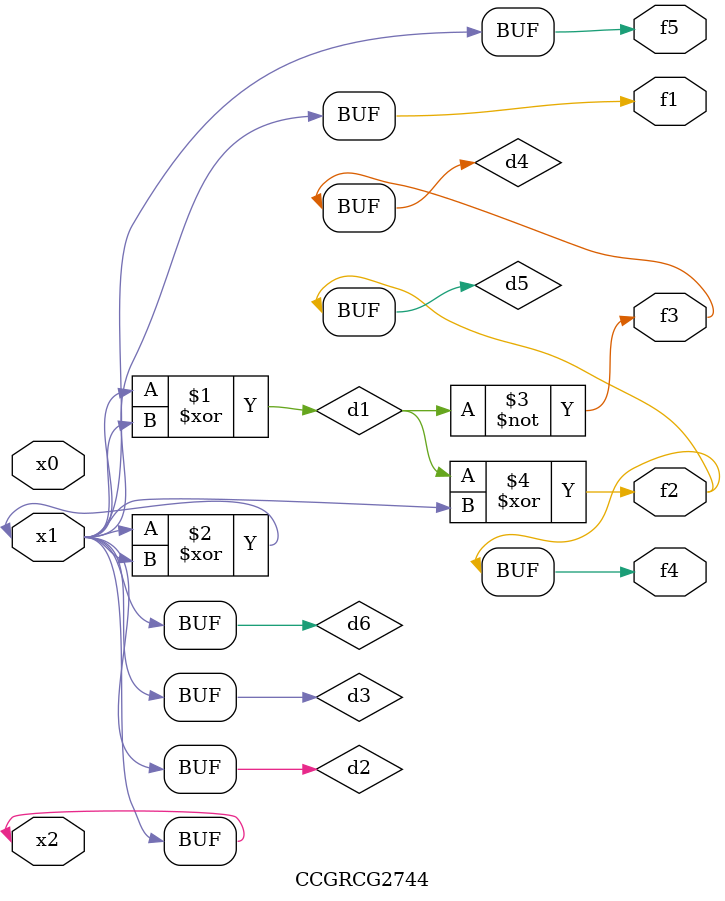
<source format=v>
module CCGRCG2744(
	input x0, x1, x2,
	output f1, f2, f3, f4, f5
);

	wire d1, d2, d3, d4, d5, d6;

	xor (d1, x1, x2);
	buf (d2, x1, x2);
	xor (d3, x1, x2);
	nor (d4, d1);
	xor (d5, d1, d2);
	buf (d6, d2, d3);
	assign f1 = d6;
	assign f2 = d5;
	assign f3 = d4;
	assign f4 = d5;
	assign f5 = d6;
endmodule

</source>
